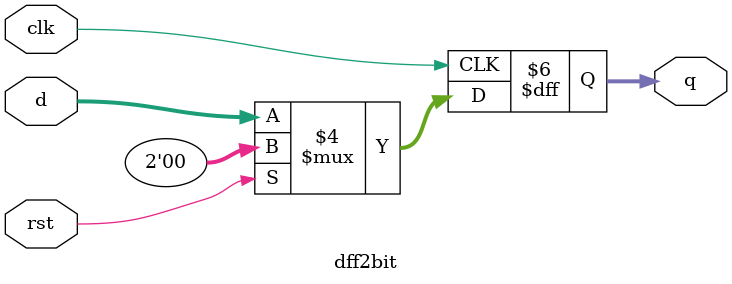
<source format=v>
`timescale 1ns / 1ps

module dff2bit (clk,rst,d,q);
  input clk;
  input rst;
  input[1:0] d;
  output reg[1:0] q;

  always @(posedge clk)
		begin
		  if(rst==1) 
			begin
				q<=0;
			end
		  else 
			begin 
				q<=d;
			end
		end

endmodule

</source>
